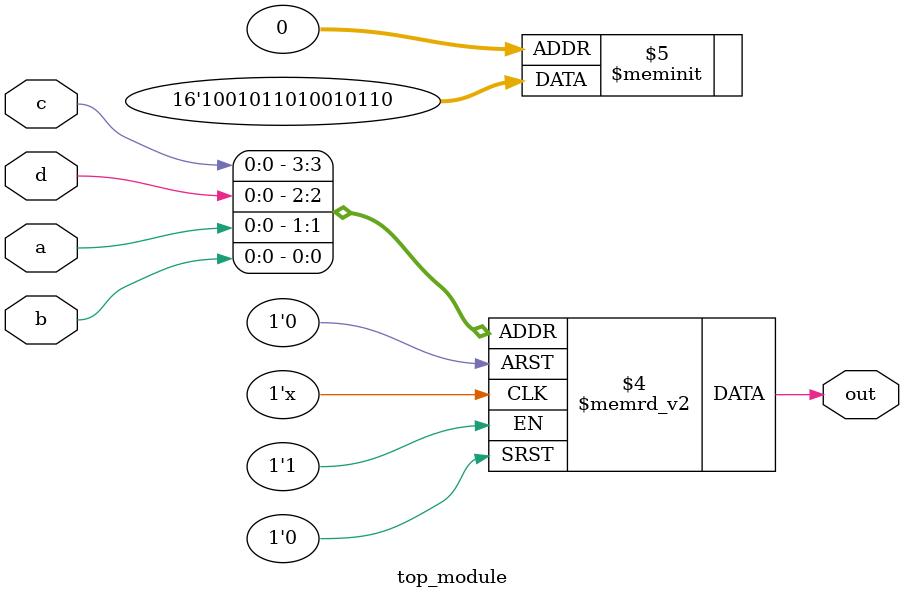
<source format=sv>
module top_module (
    input a, 
    input b,
    input c,
    input d,
    output reg out
);

always @(*) begin
    case ({c, d, a, b})
        4'b0000: out = 0;
        4'b0001: out = 1;
        4'b0010: out = 1;
        4'b0011: out = 0;
        4'b0100: out = 1;
        4'b0101: out = 0;
        4'b0110: out = 0;
        4'b0111: out = 1;
        4'b1000: out = 0;
        4'b1001: out = 1;
        4'b1010: out = 1;
        4'b1011: out = 0;
        4'b1100: out = 1;
        4'b1101: out = 0;
        4'b1110: out = 0;
        4'b1111: out = 1;
        default: out = 0;
    endcase
end

endmodule

</source>
